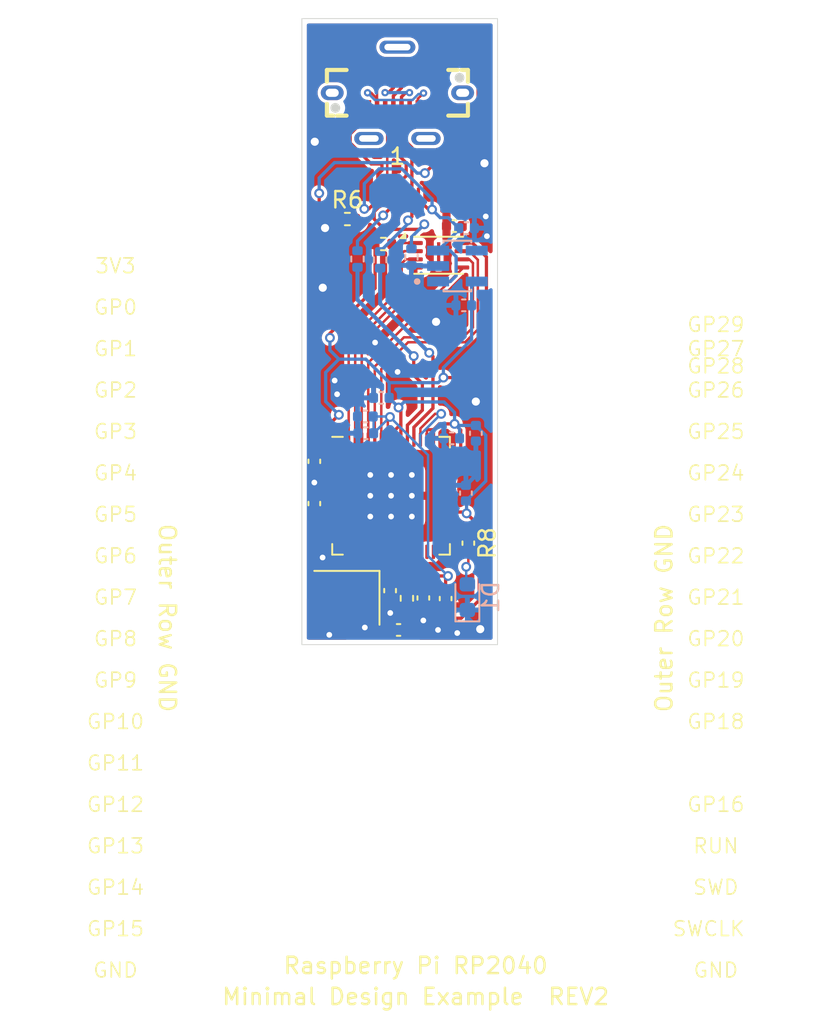
<source format=kicad_pcb>
(kicad_pcb (version 20241229) (generator "pcbnew") (generator_version "9.0")
  (title_block (title "RP2040 Minimal Design Example") (date "2024-01-16") (rev "REV2") (company "Raspberry Pi Ltd"))
  (layers (0 "F.Cu" signal) (2 "B.Cu" signal) (13 "F.Paste" user) (15 "B.Paste" user) (5 "F.SilkS" user "F.Silkscreen") (7 "B.SilkS" user "B.Silkscreen") (1 "F.Mask" user) (3 "B.Mask" user) (25 "Edge.Cuts" user))
  (net 0 "")
  (net 1 "GND")
  (net 2 "VBUS")
  (net 3 "/XIN")
  (net 4 "/XOUT")
  (net 5 "+3V3")
  (net 6 "+1V1")
  (net 7 "/GPIO15")
  (net 8 "/GPIO14")
  (net 9 "/GPIO13")
  (net 10 "/GPIO12")
  (net 11 "/GPIO11")
  (net 12 "/GPIO10")
  (net 13 "/GPIO9")
  (net 14 "/GPIO8")
  (net 15 "/GPIO7")
  (net 16 "/GPIO6")
  (net 17 "/GPIO5")
  (net 18 "/GPIO4")
  (net 19 "/GPIO3")
  (net 20 "/GPIO2")
  (net 21 "/GPIO1")
  (net 22 "/GPIO0")
  (net 23 "/GPIO29_ADC3")
  (net 24 "/GPIO28_ADC2")
  (net 25 "/GPIO27_ADC1")
  (net 26 "/GPIO26_ADC0")
  (net 27 "/GPIO25")
  (net 28 "/GPIO24")
  (net 29 "/GPIO23")
  (net 30 "/GPIO22")
  (net 31 "/GPIO21")
  (net 32 "/GPIO20")
  (net 33 "/GPIO19")
  (net 34 "/GPIO18")
  (net 35 "/GPIO17")
  (net 36 "/GPIO16")
  (net 37 "/RUN")
  (net 38 "/SWD")
  (net 39 "/SWCLK")
  (net 40 "/QSPI_SS")
  (net 41 "Net-(U3-USB_DP)")
  (net 42 "Net-(U3-USB_DM)")
  (net 43 "/QSPI_SD3")
  (net 44 "/QSPI_SCLK")
  (net 45 "/QSPI_SD0")
  (net 46 "/QSPI_SD2")
  (net 47 "/QSPI_SD1")
  (net 48 "/USB_D+")
  (net 49 "/USB_D-")
  (net 50 "Net-(C3-Pad1)")
  (net 51 "Net-(1-CC2)")
  (net 52 "Net-(1-CC1)")
  (net 53 "Net-(D1-A)")
  (footprint "Capacitor_SMD:C_0402_1005Metric" (layer "F.Cu") (at 93.7825 88.572838 90)
    (property "Reference" "C13" (hide yes))
    (property "Value" "100n" (hide yes))
  )
  (footprint "Capacitor_SMD:C_0402_1005Metric" (layer "F.Cu") (at 102.37 71.56 180)
    (property "Reference" "C5" (hide yes))
    (property "Value" "100n" (hide yes))
  )
  (footprint "Resistor_SMD:R_0402_1005Metric" (layer "F.Cu") (at 98.02 72.66)
    (property "Reference" "R2" (hide yes))
    (property "Value" "DNF" (hide yes))
  )
  (footprint "Package_SON:Winbond_USON-8-1EP_3x2mm_P0.5mm_EP0.2x1.6mm" (layer "F.Cu") (at 101.41 73.35)
    (property "Reference" "U2" (hide yes))
    (property "Value" "W25Q128JVS" (hide yes))
  )
  (footprint "Capacitor_SMD:C_0402_1005Metric" (layer "F.Cu") (at 100.47 94.36 -90)
    (property "Reference" "C14" (hide yes))
    (property "Value" "100n" (hide yes))
  )
  (footprint "Capacitor_SMD:C_0402_1005Metric" (layer "F.Cu") (at 101.836725 94.395837 -90)
    (property "Reference" "C7" (hide yes))
    (property "Value" "100n" (hide yes))
  )
  (footprint "Capacitor_SMD:C_0402_1005Metric" (layer "F.Cu") (at 93.7825 85.982838 -90)
    (property "Reference" "C11" (hide yes))
    (property "Value" "100n" (hide yes))
  )
  (footprint "RP2040_minimal:RP2040-QFN-56" (layer "F.Cu") (at 98.49 88.092838)
    (property "Reference" "U3" (hide yes))
    (property "Value" "RP2040" (hide yes))
  )
  (footprint "Capacitor_SMD:C_0402_1005Metric" (layer "F.Cu") (at 98.43 93.91 -90)
    (property "Reference" "C2" (hide yes))
    (property "Value" "15p")
  )
  (footprint "Capacitor_SMD:C_0402_1005Metric" (layer "F.Cu") (at 103.23 91 -90)
    (property "Reference" "R8")
    (property "Value" "470")
  )
  (footprint "Capacitor_SMD:C_0402_1005Metric" (layer "F.Cu") (at 98.95 96.32)
    (property "Reference" "C3" (hide yes))
    (property "Value" "15p" (hide yes))
  )
  (footprint "Crystal:Crystal_SMD_3225-4Pin_3.2x2.5mm" (layer "F.Cu") (at 95.78 94.35 180)
    (property "Reference" "Y1" (hide yes))
    (property "Value" "ABM8-272-T3" (hide yes))
  )
  (footprint "Resistor_SMD:R_0402_1005Metric" (layer "F.Cu") (at 95.81 71.13)
    (property "Reference" "R6")
    (property "Value" "5.7K" (hide yes))
  )
  (footprint "VertUSBC:USB-C-SMD_TYPE-C-31-G-09" (layer "F.Cu") (at 98.88 63.39 180)
    (property "Reference" "1")
    (property "Value" "~")
    (fp_poly (pts (xy 4.107433 -0.964158) (xy 4.087164 -1.039805) (xy 4.048006 -1.107628) (xy 3.992628 -1.163006) (xy 3.924805 -1.202164) (xy 3.849158 -1.222433) (xy 3.770842 -1.222433) (xy 3.695195 -1.202164) (xy 3.627372 -1.163006) (xy 3.571994 -1.107628) (xy 3.532836 -1.039805) (xy 3.512567 -0.964158) (xy 3.512567 -0.885842) (xy 3.532836 -0.810195) (xy 3.571994 -0.742372) (xy 3.627372 -0.686994) (xy 3.695195 -0.647836) (xy 3.770842 -0.627567) (xy 3.849158 -0.627567) (xy 3.924805 -0.647836) (xy 3.992628 -0.686994) (xy 4.048006 -0.742372) (xy 4.087164 -0.810195) (xy 4.107433 -0.885842)) (fill yes) (layer "Edge.Cuts"))
    (fp_poly (pts (xy -3.512567 0.885842) (xy -3.532836 0.810195) (xy -3.571994 0.742372) (xy -3.627372 0.686994) (xy -3.695195 0.647836) (xy -3.770842 0.627567) (xy -3.849158 0.627567) (xy -3.924805 0.647836) (xy -3.992628 0.686994) (xy -4.048006 0.742372) (xy -4.087164 0.810195) (xy -4.107433 0.885842) (xy -4.107433 0.964158) (xy -4.087164 1.039805) (xy -4.048006 1.107628) (xy -3.992628 1.163006) (xy -3.924805 1.202164) (xy -3.849158 1.222433) (xy -3.770842 1.222433) (xy -3.695195 1.202164) (xy -3.627372 1.163006) (xy -3.571994 1.107628) (xy -3.532836 1.039805) (xy -3.512567 0.964158)) (fill yes) (layer "Edge.Cuts"))
  )
  (footprint "Resistor_SMD:R_0402_1005Metric" (layer "F.Cu") (at 99.46 94.38 -90)
    (property "Reference" "R5" (hide yes))
    (property "Value" "1k")
  )
  (footprint "Capacitor_SMD:C_0402_1005Metric" (layer "B.Cu") (at 103.6925 84.262838 -90)
    (property "Reference" "C10" (hide yes))
    (property "Value" "1u" (hide yes))
  )
  (footprint "Capacitor_SMD:C_0402_1005Metric" (layer "B.Cu") (at 96.94 84.26 180)
    (property "Reference" "C8" (hide yes))
    (property "Value" "1u" (hide yes))
  )
  (footprint "Capacitor_SMD:C_0402_1005Metric" (layer "B.Cu") (at 97.8925 82.092838 180)
    (property "Reference" "C9" (hide yes))
    (property "Value" "100n" (hide yes))
  )
  (footprint "Capacitor_SMD:C_0402_1005Metric" (layer "B.Cu") (at 103.0825 87.932838 90)
    (property "Reference" "C12" (hide yes))
    (property "Value" "100n" (hide yes))
  )
  (footprint "Resistor_SMD:R_0402_1005Metric" (layer "B.Cu") (at 96.43 73.58 -90)
    (property "Reference" "R3" (hide yes))
    (property "Value" "27" (hide yes))
  )
  (footprint "Capacitor_SMD:C_0402_1005Metric" (layer "B.Cu") (at 103.12 71.69)
    (property "Reference" "C1" (hide yes))
    (property "Value" "4.7U" (hide yes))
  )
  (footprint "Resistor_SMD:R_0402_1005Metric" (layer "B.Cu") (at 97.82 73.63 -90)
    (property "Reference" "R4" (hide yes))
    (property "Value" "27" (hide yes))
  )
  (footprint "Capacitor_SMD:C_0402_1005Metric" (layer "B.Cu") (at 96.9125 83.232838 180)
    (property "Reference" "C6" (hide yes))
    (property "Value" "100n" (hide yes))
  )
  (footprint "Resistor_SMD:R_0402_1005Metric" (layer "B.Cu") (at 99.74 73.46 90)
    (property "Reference" "R7" (hide yes))
    (property "Value" "5.7K" (hide yes))
  )
  (footprint "Capacitor_SMD:C_0402_1005Metric" (layer "B.Cu") (at 102.95 76.42 180)
    (property "Reference" "C4" (hide yes))
    (property "Value" "4.7U" (hide yes))
  )
  (footprint "LED_SMD:LED_0603_1608Metric" (layer "B.Cu") (at 103.17 94.31 90)
    (property "Reference" "D1")
    (property "Value" "LED")
  )
  (footprint "Capacitor_SMD:C_0402_1005Metric" (layer "B.Cu") (at 102.2125 84.572838 180)
    (property "Reference" "C15" (hide yes))
    (property "Value" "100n" (hide yes))
  )
  (footprint "AP2112K_3_3TRG1:SOT95P285X140-5N" (layer "B.Cu") (at 102.56 74.01)
    (property "Reference" "U4" (hide yes))
    (property "Value" "AP2112K-3.3TRG1" (hide yes))
  )
  (gr_line (start 105.02 62.43) (end 105.02 97.22) (stroke (width 0.05)) (layer "Edge.Cuts"))
  (gr_line (start 105.02 62.43) (end 105.02 58.84) (stroke (width 0.05)) (layer "Edge.Cuts"))
  (gr_line (start 105.02 97.22) (end 93.02 97.22) (stroke (width 0.05)) (layer "Edge.Cuts"))
  (gr_line (start 105.02 58.84) (end 93.02 58.84) (stroke (width 0.05)) (layer "Edge.Cuts"))
  (gr_line (start 93.02 97.22) (end 93.02 62.43) (stroke (width 0.05)) (layer "Edge.Cuts"))
  (gr_line (start 93.02 58.84) (end 93.02 62.43) (stroke (width 0.05)) (layer "Edge.Cuts"))
  (gr_text "GP1" (at 81.585 79.08 0) (layer "F.SilkS") (effects (font (size 0.9 0.9) (thickness 0.1))))
  (gr_text "GP2" (at 81.585 81.62 0) (layer "F.SilkS") (effects (font (size 0.9 0.9) (thickness 0.1))))
  (gr_text "GP3" (at 81.585 84.16 0) (layer "F.SilkS") (effects (font (size 0.9 0.9) (thickness 0.1))))
  (gr_text "GP4" (at 81.585 86.7 0) (layer "F.SilkS") (effects (font (size 0.9 0.9) (thickness 0.1))))
  (gr_text "GP5" (at 81.585 89.24 0) (layer "F.SilkS") (effects (font (size 0.9 0.9) (thickness 0.1))))
  (gr_text "GP6" (at 81.585 91.78 0) (layer "F.SilkS") (effects (font (size 0.9 0.9) (thickness 0.1))))
  (gr_text "GP7" (at 81.585 94.32 0) (layer "F.SilkS") (effects (font (size 0.9 0.9) (thickness 0.1))))
  (gr_text "GP8" (at 81.585 96.86 0) (layer "F.SilkS") (effects (font (size 0.9 0.9) (thickness 0.1))))
  (gr_text "GP9" (at 81.585 99.4 0) (layer "F.SilkS") (effects (font (size 0.9 0.9) (thickness 0.1))))
  (gr_text "GP11" (at 81.585 104.48 0) (layer "F.SilkS") (effects (font (size 0.9 0.9) (thickness 0.1))))
  (gr_text "GP10" (at 81.585 101.94 0) (layer "F.SilkS") (effects (font (size 0.9 0.9) (thickness 0.1))))
  (gr_text "GP12" (at 81.585 107.02 0) (layer "F.SilkS") (effects (font (size 0.9 0.9) (thickness 0.1))))
  (gr_text "GP13" (at 81.585 109.56 0) (layer "F.SilkS") (effects (font (size 0.9 0.9) (thickness 0.1))))
  (gr_text "GP15" (at 81.585 114.64 0) (layer "F.SilkS") (effects (font (size 0.9 0.9) (thickness 0.1))))
  (gr_text "GP14" (at 81.585 112.1 0) (layer "F.SilkS") (effects (font (size 0.9 0.9) (thickness 0.1))))
  (gr_text "GP28" (at 118.415 80.14 0) (layer "F.SilkS") (effects (font (size 0.9 0.9) (thickness 0.1))))
  (gr_text "GP27" (at 118.415 79.08 0) (layer "F.SilkS") (effects (font (size 0.9 0.9) (thickness 0.1))))
  (gr_text "GP26" (at 118.415 81.62 0) (layer "F.SilkS") (effects (font (size 0.9 0.9) (thickness 0.1))))
  (gr_text "GP25" (at 118.415 84.16 0) (layer "F.SilkS") (effects (font (size 0.9 0.9) (thickness 0.1))))
  (gr_text "GP24" (at 118.415 86.7 0) (layer "F.SilkS") (effects (font (size 0.9 0.9) (thickness 0.1))))
  (gr_text "GP23" (at 118.415 89.24 0) (layer "F.SilkS") (effects (font (size 0.9 0.9) (thickness 0.1))))
  (gr_text "GP21" (at 118.415 94.32 0) (layer "F.SilkS") (effects (font (size 0.9 0.9) (thickness 0.1))))
  (gr_text "GP20" (at 118.415 96.86 0) (layer "F.SilkS") (effects (font (size 0.9 0.9) (thickness 0.1))))
  (gr_text "GP19" (at 118.415 99.4 0) (layer "F.SilkS") (effects (font (size 0.9 0.9) (thickness 0.1))))
  (gr_text "GP22" (at 118.415 91.78 0) (layer "F.SilkS") (effects (font (size 0.9 0.9) (thickness 0.1))))
  (gr_text "GP18" (at 118.415 101.94 0) (layer "F.SilkS") (effects (font (size 0.9 0.9) (thickness 0.1))))
  (gr_text "SWCLK" (at 117.9705 114.64 0) (layer "F.SilkS") (effects (font (size 0.9 0.9) (thickness 0.1))))
  (gr_text "SWD" (at 118.415 112.1 0) (layer "F.SilkS") (effects (font (size 0.9 0.9) (thickness 0.1))))
  (gr_text "GP16" (at 118.415 107.02 0) (layer "F.SilkS") (effects (font (size 0.9 0.9) (thickness 0.1))))
  (gr_text "RUN" (at 118.415 109.56 0) (layer "F.SilkS") (effects (font (size 0.9 0.9) (thickness 0.1))))
  (gr_text "GND" (at 81.585 117.18 0) (layer "F.SilkS") (effects (font (size 0.9 0.9) (thickness 0.1))))
  (gr_text "GND" (at 118.415 117.18 0) (layer "F.SilkS") (effects (font (size 0.9 0.9) (thickness 0.1))))
  (gr_text "GP29" (at 118.415 77.6 0) (layer "F.SilkS") (effects (font (size 0.9 0.9) (thickness 0.1))))
  (gr_text "Outer Row GND" (at 84.76 95.59 270) (layer "F.SilkS") (effects (font (size 1 1))))
  (gr_text "Outer Row GND" (at 115.24 95.59 90) (layer "F.SilkS") (effects (font (size 1 1))))
  (gr_text "Raspberry Pi RP2040" (at 100 116.9 0) (layer "F.SilkS") (effects (font (size 1 1))))
  (gr_text "Minimal Design Example  REV2" (at 100 118.8 0) (layer "F.SilkS") (effects (font (size 1 1))))
  (gr_text "GP0" (at 81.585 76.54 0) (layer "F.SilkS") (effects (font (size 0.9 0.9) (thickness 0.1))))
  (gr_text "3V3" (at 81.585 74 0) (layer "F.SilkS") (effects (font (size 0.9 0.9) (thickness 0.1))))
  (segment (start 102.76 68.02) (end 102.49 67.75) (width 0.2) (layer "F.Cu") (net 1))
  (segment (start 102.36 96.32) (end 102.55 96.51) (width 0.15) (layer "F.Cu") (net 1))
  (segment (start 101.63 62.3405) (end 101.6305 62.34) (width 0.15) (layer "F.Cu") (net 1))
  (segment (start 93.7825 87.282838) (end 93.7825 86.462838) (width 0.2) (layer "F.Cu") (net 1))
  (segment (start 93.7825 88.092838) (end 93.7825 87.282838) (width 0.2) (layer "F.Cu") (net 1))
  (segment (start 98.36 95.2) (end 96.88 95.2) (width 0.25) (layer "F.Cu") (net 1))
  (segment (start 101.836725 94.875837) (end 102.621725 94.875837) (width 0.2) (layer "F.Cu") (net 1))
  (segment (start 102.006179 94.854855) (end 102.081179 94.929855) (width 0.2) (layer "F.Cu") (net 1))
  (segment (start 96.167 69.284714) (end 96.167 67.934714) (width 0.15) (layer "F.Cu") (net 1))
  (segment (start 94.81 72.05) (end 94.44 71.68) (width 0.2) (layer "F.Cu") (net 1))
  (segment (start 95.35 69.35) (end 95.35 70.16) (width 0.2) (layer "F.Cu") (net 1))
  (segment (start 96.132 64.44) (end 96.132 62.3415) (width 0.15) (layer "F.Cu") (net 1))
  (segment (start 100.47 95.74) (end 100.47 94.84) (width 0.15) (layer "F.Cu") (net 1))
  (segment (start 96.32 71.13) (end 96.32 71.51) (width 0.2) (layer "F.Cu") (net 1))
  (segment (start 97.51 78.7) (end 99.985 76.225) (width 0.15) (layer "F.Cu") (net 1))
  (segment (start 96.43 67.75) (end 96.351714 67.75) (width 0.2) (layer "F.Cu") (net 1))
  (segment (start 101.68 70.01) (end 101.89 70.22) (width 0.2) (layer "F.Cu") (net 1))
  (segment (start 96.32 71.51) (end 95.78 72.05) (width 0.2) (layer "F.Cu") (net 1))
  (segment (start 94.68 92.59) (end 94.68 93.5) (width 0.15) (layer "F.Cu") (net 1))
  (segment (start 101.93 69.1) (end 101.93 67.75) (width 0.2) (layer "F.Cu") (net 1))
  (segment (start 101.89 70.22) (end 102.76 69.35) (width 0.2) (layer "F.Cu") (net 1))
  (segment (start 101.68 69.35) (end 101.68 70.01) (width 0.2) (layer "F.Cu") (net 1))
  (segment (start 96.351714 67.75) (end 96.167 67.934714) (width 0.2) (layer "F.Cu") (net 1))
  (segment (start 96.88 96.17) (end 96.88 95.2) (width 0.25) (layer "F.Cu") (net 1))
  (segment (start 98.44 95.28) (end 98.44 94.4) (width 0.25) (layer "F.Cu") (net 1))
  (segment (start 99.985 76.225) (end 99.985 74.1) (width 0.15) (layer "F.Cu") (net 1))
  (segment (start 97.49 92.17) (end 97.27 92.39) (width 0.15) (layer "F.Cu") (net 1))
  (segment (start 98.44 95.28) (end 98.36 95.2) (width 0.25) (layer "F.Cu") (net 1))
  (segment (start 101.89 71.56) (end 101.89 70.22) (width 0.2) (layer "F.Cu") (net 1))
  (segment (start 99.43 96.32) (end 102.36 96.32) (width 0.15) (layer "F.Cu") (net 1))
  (segment (start 102.49 67.75) (end 101.93 67.75) (width 0.2) (layer "F.Cu") (net 1))
  (segment (start 102.76 69.35) (end 102.76 68.02) (width 0.2) (layer "F.Cu") (net 1))
  (segment (start 95.337 69.284714) (end 96.167 69.284714) (width 0.15) (layer "F.Cu") (net 1))
  (segment (start 95.35 70.16) (end 96.32 71.13) (width 0.2) (layer "F.Cu") (net 1))
  (segment (start 97.27 92.39) (end 94.8 92.39) (width 0.15) (layer "F.Cu") (net 1))
  (segment (start 94.8 92.47) (end 94.68 92.59) (width 0.15) (layer "F.Cu") (net 1))
  (segment (start 98.44 94.4) (end 98.43 94.39) (width 0.25) (layer "F.Cu") (net 1))
  (segment (start 95.78 72.05) (end 94.81 72.05) (width 0.2) (layer "F.Cu") (net 1))
  (segment (start 94.8 92.39) (end 94.29 91.88) (width 0.15) (layer "F.Cu") (net 1))
  (segment (start 96.132 62.3415) (end 96.1305 62.34) (width 0.15) (layer "F.Cu") (net 1))
  (segment (start 97.49 91.530338) (end 97.49 92.17) (width 0.15) (layer "F.Cu") (net 1))
  (segment (start 94.8 92.39) (end 94.8 92.47) (width 0.15) (layer "F.Cu") (net 1))
  (segment (start 101.63 64.44) (end 101.63 62.3405) (width 0.15) (layer "F.Cu") (net 1))
  (segment (start 101.68 69.35) (end 101.93 69.1) (width 0.2) (layer "F.Cu") (net 1))
  (via (at 94.29 91.88) (size 0.6) (drill 0.35) (layers "F.Cu" "B.Cu") (net 1))
  (via (at 94.7 96.62) (size 0.6) (drill 0.35) (layers "F.Cu" "B.Cu") (net 1))
  (via (at 102.55 96.51) (size 0.6) (drill 0.35) (layers "F.Cu" "B.Cu") (net 1))
  (via (at 93.81 66.39) (size 0.8) (drill 0.5) (layers "F.Cu" "B.Cu") (net 1))
  (via (at 94.3 75.34) (size 0.8) (drill 0.5) (layers "F.Cu" "B.Cu") (net 1))
  (via (at 104.3 70.97) (size 0.6) (drill 0.35) (layers "F.Cu" "B.Cu") (net 1))
  (via (at 93.7825 87.282838) (size 0.6) (drill 0.35) (layers "F.Cu" "B.Cu") (net 1))
  (via (at 98.89 80.5) (size 0.6) (drill 0.35) (layers "F.Cu" "B.Cu") (net 1))
  (via (at 103.96 96.27) (size 0.8) (drill 0.5) (layers "F.Cu" "B.Cu") (net 1))
  (via (at 101.37 96.32) (size 0.6) (drill 0.35) (layers "F.Cu" "B.Cu") (net 1))
  (via (at 96.88 96.17) (size 0.6) (drill 0.35) (layers "F.Cu" "B.Cu") (net 1))
  (via (at 101.25 77.43) (size 0.8) (drill 0.5) (layers "F.Cu" "B.Cu") (net 1))
  (via (at 97.51 78.7) (size 0.6) (drill 0.35) (layers "F.Cu" "B.Cu") (net 1))
  (via (at 104.37 72.18) (size 0.6) (drill 0.35) (layers "F.Cu" "B.Cu") (net 1))
  (via (at 100.47 95.74) (size 0.6) (drill 0.35) (layers "F.Cu" "B.Cu") (net 1))
  (via (at 95.18 81.87) (size 0.6) (drill 0.35) (layers "F.Cu" "B.Cu") (net 1))
  (via (at 98.44 95.28) (size 0.6) (drill 0.35) (layers "F.Cu" "B.Cu") (net 1))
  (via (at 95.03 81.03) (size 0.6) (drill 0.35) (layers "F.Cu" "B.Cu") (net 1))
  (via (at 103.69 82.32) (size 0.8) (drill 0.5) (layers "F.Cu" "B.Cu") (net 1))
  (via (at 104.22 67.71) (size 0.8) (drill 0.5) (layers "F.Cu" "B.Cu") (net 1))
  (via (at 94.44 71.68) (size 0.8) (drill 0.5) (layers "F.Cu" "B.Cu") (net 1))
  (segment (start 101.5655 76.42) (end 102.47 76.42) (width 0.15) (layer "B.Cu") (net 1))
  (segment (start 99.7 74.19) (end 99.7 74.5545) (width 0.15) (layer "B.Cu") (net 1))
  (segment (start 103.17 95.48) (end 103.96 96.27) (width 0.15) (layer "B.Cu") (net 1))
  (segment (start 99.88 74.01) (end 99.7 74.19) (width 0.15) (layer "B.Cu") (net 1))
  (segment (start 101.7325 84.9925) (end 102.82 86.08) (width 0.25) (layer "B.Cu") (net 1))
  (segment (start 103.6925 86.842838) (end 103.0825 87.452838) (width 0.25) (layer "B.Cu") (net 1))
  (segment (start 103.17 95.0975) (end 102.5925 95.0975) (width 0.15) (layer "B.Cu") (net 1))
  (segment (start 103.6925 86.08) (end 103.6925 86.842838) (width 0.25) (layer "B.Cu") (net 1))
  (segment (start 102.47 78.7) (end 100.67 80.5) (width 0.25) (layer "B.Cu") (net 1))
  (segment (start 96.46 83.260338) (end 96.4325 83.232838) (width 0.15) (layer "B.Cu") (net 1))
  (segment (start 99.7 74.5545) (end 101.5655 76.42) (width 0.15) (layer "B.Cu") (net 1))
  (segment (start 101.375 74.01) (end 99.88 74.01) (width 0.15) (layer "B.Cu") (net 1))
  (segment (start 95.379 70.931) (end 95.32 70.872) (width 0.25) (layer "B.Cu") (net 1))
  (segment (start 101.7325 84.572838) (end 101.7325 84.9925) (width 0.25) (layer "B.Cu") (net 1))
  (segment (start 95.32 70.872) (end 95.32 69.21) (width 0.25) (layer "B.Cu") (net 1))
  (segment (start 102.5925 95.0975) (end 101.37 96.32) (width 0.15) (layer "B.Cu") (net 1))
  (segment (start 102.47 76.42) (end 102.47 78.7) (width 0.25) (layer "B.Cu") (net 1))
  (segment (start 97.51 79.12) (end 98.89 80.5) (width 0.15) (layer "B.Cu") (net 1))
  (segment (start 95.379 76.569) (end 97.51 78.7) (width 0.25) (layer "B.Cu") (net 1))
  (segment (start 95.379 70.931) (end 95.379 76.569) (width 0.25) (layer "B.Cu") (net 1))
  (segment (start 100.67 80.5) (end 98.89 80.5) (width 0.25) (layer "B.Cu") (net 1))
  (segment (start 103.17 95.0975) (end 103.17 95.48) (width 0.15) (layer "B.Cu") (net 1))
  (segment (start 96.46 84.26) (end 96.46 83.260338) (width 0.15) (layer "B.Cu") (net 1))
  (segment (start 97.51 78.7) (end 97.51 79.12) (width 0.15) (layer "B.Cu") (net 1))
  (segment (start 103.6925 84.742838) (end 103.6925 86.08) (width 0.25) (layer "B.Cu") (net 1))
  (segment (start 102.82 86.08) (end 103.6925 86.08) (width 0.25) (layer "B.Cu") (net 1))
  (segment (start 97.63 65.182) (end 97.63 64.44) (width 0.2) (layer "F.Cu") (net 2))
  (segment (start 97.63 63.748) (end 97.63 64.44) (width 0.15) (layer "F.Cu") (net 2))
  (segment (start 100.13 63.76) (end 100.13 64.44) (width 0.15) (layer "F.Cu") (net 2))
  (segment (start 100.795 70.545) (end 100.167 69.917) (width 0.2) (layer "F.Cu") (net 2))
  (segment (start 97.272 63.39) (end 97.63 63.748) (width 0.15) (layer "F.Cu") (net 2))
  (segment (start 95.979 66.459653) (end 95.979 65.920347) (width 0.2) (layer "F.Cu") (net 2))
  (segment (start 97.269347 67.75) (end 95.979 66.459653) (width 0.2) (layer "F.Cu") (net 2))
  (segment (start 97.93 68.151) (end 97.93 67.75) (width 0.2) (layer "F.Cu") (net 2))
  (segment (start 97.121386 70.508614) (end 97.68 69.95) (width 0.2) (layer "F.Cu") (net 2))
  (segment (start 97.93 67.75) (end 97.269347 67.75) (width 0.2) (layer "F.Cu") (net 2))
  (segment (start 96.848205 70.508614) (end 97.121386 70.508614) (width 0.2) (layer "F.Cu") (net 2))
  (segment (start 95.979 65.920347) (end 96.608347 65.291) (width 0.2) (layer "F.Cu") (net 2))
  (segment (start 100.167 69.917) (end 100.167 69.284714) (width 0.2) (layer "F.Cu") (net 2))
  (segment (start 97.05 63.39) (end 97.272 63.39) (width 0.15) (layer "F.Cu") (net 2))
  (segment (start 97.521 65.291) (end 97.63 65.182) (width 0.2) (layer "F.Cu") (net 2))
  (segment (start 97.63 64.44) (end 97.63 62.34) (width 0.15) (layer "F.Cu") (net 2))
  (segment (start 100.48 63.41) (end 100.13 63.76) (width 0.15) (layer "F.Cu") (net 2))
  (segment (start 96.608347 65.291) (end 97.521 65.291) (width 0.2) (layer "F.Cu") (net 2))
  (segment (start 101.005 70.545) (end 100.795 70.545) (width 0.2) (layer "F.Cu") (net 2))
  (segment (start 97.68 69.95) (end 97.68 68.401) (width 0.2) (layer "F.Cu") (net 2))
  (segment (start 97.68 68.401) (end 97.93 68.151) (width 0.2) (layer "F.Cu") (net 2))
  (via (at 96.848205 70.508614) (size 0.6) (drill 0.35) (layers "F.Cu" "B.Cu") (net 2))
  (via (at 100.48 63.41) (size 0.45) (drill 0.2) (layers "F.Cu" "B.Cu") (net 2))
  (via (at 97.05 63.39) (size 0.45) (drill 0.2) (layers "F.Cu" "B.Cu") (net 2))
  (via (at 101.005 70.545) (size 0.6) (drill 0.35) (layers "F.Cu" "B.Cu") (net 2))
  (segment (start 102.64 71.795) (end 101.375 73.06) (width 0.2) (layer "B.Cu") (net 2))
  (segment (start 100.48 63.41) (end 100.422189 63.467811) (width 0.15) (layer "B.Cu") (net 2))
  (segment (start 101.375 74.96) (end 102.13 74.96) (width 0.2) (layer "B.Cu") (net 2))
  (segment (start 101.506 71.046) (end 101.996 71.046) (width 0.2) (layer "B.Cu") (net 2))
  (segment (start 100.422189 63.467811) (end 100.17 63.467811) (width 0.15) (layer "B.Cu") (net 2))
  (segment (start 99.154 68.054) (end 101.005 69.905) (width 0.2) (layer "B.Cu") (net 2))
  (segment (start 97.756 68.054) (end 99.154 68.054) (width 0.2) (layer "B.Cu") (net 2))
  (segment (start 96.848205 70.508614) (end 96.848205 68.961795) (width 0.2) (layer "B.Cu") (net 2))
  (segment (start 97.491 63.831) (end 97.05 63.39) (width 0.15) (layer "B.Cu") (net 2))
  (segment (start 101.005 70.545) (end 101.506 71.046) (width 0.2) (layer "B.Cu") (net 2))
  (segment (start 102.11 73.06) (end 101.375 73.06) (width 0.2) (layer "B.Cu") (net 2))
  (segment (start 101.005 69.905) (end 101.005 70.545) (width 0.2) (layer "B.Cu") (net 2))
  (segment (start 102.48 74.61) (end 102.48 73.43) (width 0.2) (layer "B.Cu") (net 2))
  (segment (start 96.848205 68.961795) (end 97.756 68.054) (width 0.2) (layer "B.Cu") (net 2))
  (segment (start 102.48 73.43) (end 102.11 73.06) (width 0.2) (layer "B.Cu") (net 2))
  (segment (start 99.806811 63.831) (end 97.491 63.831) (width 0.15) (layer "B.Cu") (net 2))
  (segment (start 102.64 71.69) (end 102.64 71.795) (width 0.2) (layer "B.Cu") (net 2))
  (segment (start 102.13 74.96) (end 102.48 74.61) (width 0.2) (layer "B.Cu") (net 2))
  (segment (start 101.996 71.046) (end 102.64 71.69) (width 0.2) (layer "B.Cu") (net 2))
  (segment (start 100.17 63.467811) (end 99.806811 63.831) (width 0.15) (layer "B.Cu") (net 2))
  (segment (start 97.89 92.49) (end 96.88 93.5) (width 0.15) (layer "F.Cu") (net 3))
  (segment (start 97.89 92.49) (end 97.89 92.52) (width 0.15) (layer "F.Cu") (net 3))
  (segment (start 98.43 93.06) (end 98.43 93.43) (width 0.15) (layer "F.Cu") (net 3))
  (segment (start 97.89 92.52) (end 98.43 93.06) (width 0.15) (layer "F.Cu") (net 3))
  (segment (start 97.89 91.530338) (end 97.89 92.49) (width 0.15) (layer "F.Cu") (net 3))
  (segment (start 99.46 93.341372) (end 99.46 93.87) (width 0.15) (layer "F.Cu") (net 4))
  (segment (start 98.29 91.530338) (end 98.29 92.171372) (width 0.15) (layer "F.Cu") (net 4))
  (segment (start 98.29 92.171372) (end 99.46 93.341372) (width 0.15) (layer "F.Cu") (net 4))
  (segment (start 101.448482 83.686856) (end 102.386179 83.686856) (width 0.2) (layer "F.Cu") (net 5))
  (segment (start 99.09 84.655338) (end 99.09 83.748338) (width 0.2) (layer "F.Cu") (net 5))
  (segment (start 100.73 93.88) (end 100.47 93.88) (width 0.2) (layer "F.Cu") (net 5))
  (segment (start 103.0425 89.092838) (end 103.1225 89.172838) (width 0.2) (layer "F.Cu") (net 5))
  (segment (start 99.09 83.748338) (end 99.09 82.824338) (width 0.2) (layer "F.Cu") (net 5))
  (segment (start 95.0525 89.092838) (end 94.3525 89.092838) (width 0.2) (layer "F.Cu") (net 5))
  (segment (start 103.49 72.6) (end 102.835 72.6) (width 0.2) (layer "F.Cu") (net 5))
  (segment (start 98.9485 82.682838) (end 98.9485 82.658838) (width 0.2) (layer "F.Cu") (net 5))
  (segment (start 102.386179 83.686856) (end 102.7625 84.063177) (width 0.2) (layer "F.Cu") (net 5))
  (segment (start 94.3525 89.092838) (end 93.8225 89.092838) (width 0.2) (layer "F.Cu") (net 5))
  (segment (start 100.47 93.88) (end 100.459662 93.88) (width 0.2) (layer "F.Cu") (net 5))
  (segment (start 94.3525 85.557838) (end 94.4075 85.502838) (width 0.2) (layer "F.Cu") (net 5))
  (segment (start 93.7825 85.502838) (end 94.4075 85.502838) (width 0.2) (layer "F.Cu") (net 5))
  (segment (start 94.74 78.14) (end 97.51 75.37) (width 0.2) (layer "F.Cu") (net 5))
  (segment (start 100.69 84.095338) (end 100.74 84.045338) (width 0.15) (layer "F.Cu") (net 5))
  (segment (start 101.9275 89.092838) (end 103.0425 89.092838) (width 0.2) (layer "F.Cu") (net 5))
  (segment (start 101.13 94.28) (end 100.73 93.88) (width 0.2) (layer "F.Cu") (net 5))
  (segment (start 97.51 75.37) (end 97.51 72.66) (width 0.2) (layer "F.Cu") (net 5))
  (segment (start 98.69 92.110338) (end 98.69 91.530338) (width 0.2) (layer "F.Cu") (net 5))
  (segment (start 103.9 94.491439) (end 102.790602 95.600837) (width 0.2) (layer "F.Cu") (net 5))
  (segment (start 104.34 79.33) (end 104.34 73.45) (width 0.2) (layer "F.Cu") (net 5))
  (segment (start 102.7625 85.222838) (end 102.4925 85.492838) (width 0.2) (layer "F.Cu") (net 5))
  (segment (start 102.835 71.575) (end 102.85 71.56) (width 0.2) (layer "F.Cu") (net 5))
  (segment (start 103.9 89.950338) (end 103.9 94.491439) (width 0.2) (layer "F.Cu") (net 5))
  (segment (start 101.09 84.655338) (end 101.09 84.045338) (width 0.2) (layer "F.Cu") (net 5))
  (segment (start 101.7 80.85) (end 102.82 80.85) (width 0.2) (layer "F.Cu") (net 5))
  (segment (start 103.1225 89.172838) (end 103.9 89.950338) (width 0.2) (layer "F.Cu") (net 5))
  (segment (start 99.051662 83.748338) (end 99.09 83.748338) (width 0.2) (layer "F.Cu") (net 5))
  (segment (start 102.82 80.85) (end 104.34 79.33) (width 0.2) (layer "F.Cu") (net 5))
  (segment (start 94.3525 89.092838) (end 94.3525 85.557838) (width 0.2) (layer "F.Cu") (net 5))
  (segment (start 94.74 78.41) (end 94.74 78.14) (width 0.2) (layer "F.Cu") (net 5))
  (segment (start 99.09 82.824338) (end 98.9485 82.682838) (width 0.2) (layer "F.Cu") (net 5))
  (segment (start 100.459662 93.88) (end 98.69 92.110338) (width 0.2) (layer "F.Cu") (net 5))
  (segment (start 101.09 84.045338) (end 100.74 84.045338) (width 0.2) (layer "F.Cu") (net 5))
  (segment (start 102.790602 95.600837) (end 101.3925 95.600837) (width 0.2) (layer "F.Cu") (net 5))
  (segment (start 98.69 84.11) (end 99.051662 83.748338) (width 0.2) (layer "F.Cu") (net 5))
  (segment (start 94.4175 85.492838) (end 94.4075 85.502838) (width 0.2) (layer "F.Cu") (net 5))
  (segment (start 101.3925 95.600837) (end 101.13 95.338337) (width 0.2) (layer "F.Cu") (net 5))
  (segment (start 95.0525 85.492838) (end 94.4175 85.492838) (width 0.2) (layer "F.Cu") (net 5))
  (segment (start 93.7825 84.6375) (end 95.29 83.13) (width 0.2) (layer "F.Cu") (net 5))
  (segment (start 102.7625 84.063177) (end 102.7625 85.222838) (width 0.2) (layer "F.Cu") (net 5))
  (segment (start 93.7825 85.502838) (end 93.7825 84.6375) (width 0.2) (layer "F.Cu") (net 5))
  (segment (start 101.09 84.045338) (end 101.448482 83.686856) (width 0.2) (layer "F.Cu") (net 5))
  (segment (start 104.34 73.45) (end 103.49 72.6) (width 0.2) (layer "F.Cu") (net 5))
  (segment (start 93.8225 89.092838) (end 93.7825 89.052838) (width 0.2) (layer "F.Cu") (net 5))
  (segment (start 102.4925 85.492838) (end 101.9275 85.492838) (width 0.2) (layer "F.Cu") (net 5))
  (segment (start 98.69 84.655338) (end 98.69 84.11) (width 0.2) (layer "F.Cu") (net 5))
  (segment (start 100.69 84.655338) (end 100.69 84.095338) (width 0.15) (layer "F.Cu") (net 5))
  (segment (start 102.835 72.6) (end 102.835 71.575) (width 0.2) (layer "F.Cu") (net 5))
  (segment (start 101.13 95.338337) (end 101.13 94.28) (width 0.2) (layer "F.Cu") (net 5))
  (via (at 103.1225 89.172838) (size 0.6) (drill 0.35) (layers "F.Cu" "B.Cu") (net 5))
  (via (at 102.386179 83.686856) (size 0.6) (drill 0.35) (layers "F.Cu" "B.Cu") (net 5))
  (via (at 94.74 78.41) (size 0.6) (drill 0.35) (layers "F.Cu" "B.Cu") (net 5))
  (via (at 95.29 83.13) (size 0.6) (drill 0.35) (layers "F.Cu" "B.Cu") (net 5))
  (via (at 98.9485 82.682838) (size 0.6) (drill 0.35) (layers "F.Cu" "B.Cu") (net 5))
  (via (at 101.7 80.85) (size 0.6) (drill 0.35) (layers "F.Cu" "B.Cu") (net 5))
  (segment (start 94.479 82.319) (end 94.479 80.531) (width 0.2) (layer "B.Cu") (net 5))
  (segment (start 104.3 84.390338) (end 103.6925 83.782838) (width 0.2) (layer "B.Cu") (net 5))
  (segment (start 101.7 80.85) (end 101.7 80.24) (width 0.2) (layer "B.Cu") (net 5))
  (segment (start 95.29 79.72) (end 94.74 79.17) (width 0.2) (layer "B.Cu") (net 5))
  (segment (start 102.386179 83.686856) (end 102.386179 82.991998) (width 0.2) (layer "B.Cu") (net 5))
  (segment (start 99.2885 82.342838) (end 98.9485 82.682838) (width 0.2) (layer "B.Cu") (net 5))
  (segment (start 102.386179 82.991998) (end 101.737019 82.342838) (width 0.2) (layer "B.Cu") (net 5))
  (segment (start 103.6925 83.782838) (end 102.482161 83.782838) (width 0.2) (layer "B.Cu") (net 5))
  (segment (start 98.38 81.16) (end 96.94 79.72) (width 0.2) (layer "B.Cu") (net 5))
  (segment (start 98.9485 82.682838) (end 98.9485 82.668838) (width 0.2) (layer "B.Cu") (net 5))
  (segment (start 103.43 78.51) (end 103.43 76.42) (width 0.2) (layer "B.Cu") (net 5))
  (segment (start 94.479 80.531) (end 95.29 79.72) (width 0.2) (layer "B.Cu") (net 5))
  (segment (start 96.94 79.72) (end 95.29 79.72) (width 0.2) (layer "B.Cu") (net 5))
  (segment (start 102.386179 83.686856) (end 102.6925 83.993177) (width 0.2) (layer "B.Cu") (net 5))
  (segment (start 103.1225 89.172838) (end 103.1225 88.452838) (width 0.2) (layer "B.Cu") (net 5))
  (segment (start 103.43 75.275) (end 103.745 74.96) (width 0.2) (layer "B.Cu") (net 5))
  (segment (start 101.39 81.16) (end 101.7 80.85) (width 0.2) (layer "B.Cu") (net 5))
  (segment (start 103.1225 88.452838) (end 103.0825 88.412838) (width 0.2) (layer "B.Cu") (net 5))
  (segment (start 104.3 87.195338) (end 104.3 84.390338) (width 0.2) (layer "B.Cu") (net 5))
  (segment (start 101.7 80.24) (end 103.43 78.51) (width 0.2) (layer "B.Cu") (net 5))
  (segment (start 98.38 81.16) (end 101.39 81.16) (width 0.2) (layer "B.Cu") (net 5))
  (segment (start 101.737019 82.342838) (end 99.2885 82.342838) (width 0.2) (layer "B.Cu") (net 5))
  (segment (start 103.0825 88.412838) (end 104.3 87.195338) (width 0.2) (layer "B.Cu") (net 5))
  (segment (start 103.43 76.42) (end 103.43 75.275) (width 0.2) (layer "B.Cu") (net 5))
  (segment (start 98.3725 81.1675) (end 98.38 81.16) (width 0.2) (layer "B.Cu") (net 5))
  (segment (start 98.9485 82.668838) (end 98.3725 82.092838) (width 0.2) (layer "B.Cu") (net 5))
  (segment (start 102.482161 83.782838) (end 102.386179 83.686856) (width 0.2) (layer "B.Cu") (net 5))
  (segment (start 94.74 79.17) (end 94.74 78.41) (width 0.2) (layer "B.Cu") (net 5))
  (segment (start 102.6925 83.993177) (end 102.6925 84.572838) (width 0.2) (layer "B.Cu") (net 5))
  (segment (start 95.29 83.13) (end 94.479 82.319) (width 0.2) (layer "B.Cu") (net 5))
  (segment (start 98.3725 82.092838) (end 98.3725 81.1675) (width 0.2) (layer "B.Cu") (net 5))
  (segment (start 100.29 83.96966) (end 101.186822 83.072838) (width 0.15) (layer "F.Cu") (net 6))
  (segment (start 101.9825 93.010837) (end 100.086888 93.010837) (width 0.2) (layer "F.Cu") (net 6))
  (segment (start 100.29 84.655338) (end 100.29 83.96966) (width 0.15) (layer "F.Cu") (net 6))
  (segment (start 101.836725 93.915837) (end 101.836725 93.156612) (width 0.2) (layer "F.Cu") (net 6))
  (segment (start 99.09 92.013949) (end 99.09 91.530338) (width 0.2) (layer "F.Cu") (net 6))
  (segment (start 98.29 83.395338) (end 98.29 84.655338) (width 0.15) (layer "F.Cu") (net 6))
  (segment (start 100.086888 93.010837) (end 99.09 92.013949) (width 0.2) (layer "F.Cu") (net 6))
  (segment (start 98.4225 83.262838) (end 98.29 83.395338) (width 0.15) (layer "F.Cu") (net 6))
  (segment (start 101.186822 83.072838) (end 101.5625 83.072838) (width 0.15) (layer "F.Cu") (net 6))
  (via (at 98.4225 83.262838) (size 0.6) (drill 0.35) (layers "F.Cu" "B.Cu") (net 6))
  (via (at 101.9825 93.010837) (size 0.6) (drill 0.35) (layers "F.Cu" "B.Cu") (net 6))
  (via (at 101.5625 83.072838) (size 0.6) (drill 0.35) (layers "F.Cu" "B.Cu") (net 6))
  (segment (start 100.76 91.788337) (end 101.9825 93.010837) (width 0.15) (layer "B.Cu") (net 6))
  (segment (start 97.425338 84.26) (end 98.4225 83.262838) (width 0.15) (layer "B.Cu") (net 6))
  (segment (start 97.42 84.26) (end 97.425338 84.26) (width 0.15) (layer "B.Cu") (net 6))
  (segment (start 97.42 83.260338) (end 97.3925 83.232838) (width 0.15) (layer "B.Cu") (net 6))
  (segment (start 97.42 84.26) (end 97.42 83.260338) (width 0.15) (layer "B.Cu") (net 6))
  (segment (start 99.016 83.856338) (end 100.284831 85.125169) (width 0.15) (layer "B.Cu") (net 6))
  (segment (start 98.4225 83.262838) (end 99.016 83.856338) (width 0.15) (layer "B.Cu") (net 6))
  (segment (start 98.3925 83.232838) (end 98.4225 83.262838) (width 0.15) (layer "B.Cu") (net 6))
  (segment (start 100.284831 85.125169) (end 100.76 85.600338) (width 0.15) (layer "B.Cu") (net 6))
  (segment (start 100.76 85.600338) (end 100.76 91.788337) (width 0.15) (layer "B.Cu") (net 6))
  (segment (start 97.3925 83.232838) (end 98.3925 83.232838) (width 0.15) (layer "B.Cu") (net 6))
  (segment (start 100.284831 85.125169) (end 100.284831 84.350507) (width 0.15) (layer "B.Cu") (net 6))
  (segment (start 100.284831 84.350507) (end 101.5625 83.072838) (width 0.15) (layer "B.Cu") (net 6))
  (segment (start 101.9275 90.692838) (end 103.057162 90.692838) (width 0.15) (layer "F.Cu") (net 34))
  (segment (start 103.057162 90.692838) (end 103.23 90.52) (width 0.15) (layer "F.Cu") (net 34))
  (segment (start 98.59 72.6) (end 98.53 72.66) (width 0.15) (layer "F.Cu") (net 40))
  (segment (start 95.89 78.59) (end 98.53 75.95) (width 0.15) (layer "F.Cu") (net 40))
  (segment (start 99.985 72.6) (end 98.59 72.6) (width 0.15) (layer "F.Cu") (net 40))
  (segment (start 95.89 78.59) (end 95.89 84.655338) (width 0.15) (layer "F.Cu") (net 40))
  (segment (start 98.53 75.95) (end 98.53 72.66) (width 0.15) (layer "F.Cu") (net 40))
  (segment (start 99.49 84.655338) (end 99.49 83.765338) (width 0.2) (layer "F.Cu") (net 41))
  (segment (start 100.41 82.845338) (end 100.41 81.23) (width 0.2) (layer "F.Cu") (net 41))
  (segment (start 99.88 80.7) (end 99.88 79.53) (width 0.2) (layer "F.Cu") (net 41))
  (segment (start 99.49 83.765338) (end 100.41 82.845338) (width 0.2) (layer "F.Cu") (net 41))
  (segment (start 100.41 81.23) (end 99.88 80.7) (width 0.2) (layer "F.Cu") (net 41))
  (via (at 99.88 79.53) (size 0.6) (drill 0.35) (layers "F.Cu" "B.Cu") (net 41))
  (segment (start 99.88 79.53) (end 96.43 76.08) (width 0.25) (layer "B.Cu") (net 41))
  (segment (start 96.43 76.08) (end 96.43 74.09) (width 0.25) (layer "B.Cu") (net 41))
  (segment (start 101.06 82.725338) (end 101.06 79.56) (width 0.2) (layer "F.Cu") (net 42))
  (segment (start 99.89 83.895338) (end 101.06 82.725338) (width 0.2) (layer "F.Cu") (net 42))
  (segment (start 101.06 79.56) (end 100.83 79.33) (width 0.2) (layer "F.Cu") (net 42))
  (segment (start 99.89 84.655338) (end 99.89 83.895338) (width 0.2) (layer "F.Cu") (net 42))
  (via (at 100.83 79.33) (size 0.6) (drill 0.35) (layers "F.Cu" "B.Cu") (net 42))
  (segment (start 100.83 79.33) (end 97.82 76.32) (width 0.25) (layer "B.Cu") (net 42))
  (segment (start 97.82 76.32) (end 97.82 74.14) (width 0.25) (layer "B.Cu") (net 42))
  (segment (start 99.538 78.682) (end 103.029356 78.682) (width 0.15) (layer "F.Cu") (net 43))
  (segment (start 103.812 77.899356) (end 103.812 73.627001) (width 0.15) (layer "F.Cu") (net 43))
  (segment (start 97.89 84.655338) (end 97.89 80.33) (width 0.15) (layer "F.Cu") (net 43))
  (segment (start 103.029356 78.682) (end 103.812 77.899356) (width 0.15) (layer "F.Cu") (net 43))
  (segment (start 103.812 73.627001) (end 103.284999 73.1) (width 0.15) (layer "F.Cu") (net 43))
  (segment (start 103.284999 73.1) (end 102.835 73.1) (width 0.15) (layer "F.Cu") (net 43))
  (segment (start 97.89 80.33) (end 99.538 78.682) (width 0.15) (layer "F.Cu") (net 43))
  (segment (start 97.49 84.655338) (end 97.49 80.17) (width 0.15) (layer "F.Cu") (net 44))
  (segment (start 102.904678 78.381) (end 103.511 77.774678) (width 0.15) (layer "F.Cu") (net 44))
  (segment (start 103.511 77.774678) (end 103.511 73.826001) (width 0.15) (layer "F.Cu") (net 44))
  (segment (start 103.284999 73.6) (end 102.835 73.6) (width 0.15) (layer "F.Cu") (net 44))
  (segment (start 99.279 78.381) (end 102.904678 78.381) (width 0.15) (layer "F.Cu") (net 44))
  (segment (start 97.49 80.17) (end 99.279 78.381) (width 0.15) (layer "F.Cu") (net 44))
  (segment (start 103.511 73.826001) (end 103.284999 73.6) (width 0.15) (layer "F.Cu") (net 44))
  (segment (start 97.09 79.94) (end 102.835 74.195) (width 0.15) (layer "F.Cu") (net 45))
  (segment (start 97.09 79.94) (end 97.09 84.655338) (width 0.15) (layer "F.Cu") (net 45))
  (segment (start 102.835 74.195) (end 102.835 74.1) (width 0.15) (layer "F.Cu") (net 45))
  (segment (start 99.14 76.32) (end 99.14 73.85) (width 0.15) (layer "F.Cu") (net 46))
  (segment (start 96.69 78.77) (end 99.14 76.32) (width 0.15) (layer "F.Cu") (net 46))
  (segment (start 99.14 73.85) (end 99.39 73.6) (width 0.15) (layer "F.Cu") (net 46))
  (segment (start 96.69 84.655338) (end 96.69 78.77) (width 0.15) (layer "F.Cu") (net 46))
  (segment (start 99.39 73.6) (end 99.985 73.6) (width 0.15) (layer "F.Cu") (net 46))
  (segment (start 98.831 73.569) (end 99.3 73.1) (width 0.15) (layer "F.Cu") (net 47))
  (segment (start 96.29 84.655338) (end 96.29 78.71) (width 0.15) (layer "F.Cu") (net 47))
  (segment (start 99.3 73.1) (end 99.985 73.1) (width 0.15) (layer "F.Cu") (net 47))
  (segment (start 98.831 76.169) (end 98.831 73.569) (width 0.15) (layer "F.Cu") (net 47))
  (segment (start 96.29 78.71) (end 98.831 76.169) (width 0.15) (layer "F.Cu") (net 47))
  (segment (start 98.63 66.897714) (end 98.63 64.44) (width 0.2) (layer "F.Cu") (net 48))
  (segment (start 98.804 68.796) (end 98.97 68.63) (width 0.2) (layer "F.Cu") (net 48))
  (segment (start 98.97 68.63) (end 99.27 68.63) (width 0.2) (layer "F.Cu") (net 48))
  (segment (start 99.1305 63.082) (end 99.1305 62.34) (width 0.2) (layer "F.Cu") (net 48))
  (segment (start 99.417 67.684714) (end 98.63 66.897714) (width 0.2) (layer "F.Cu") (net 48))
  (segment (start 98.005 70.905) (end 98.667 70.243) (width 0.2) (layer "F.Cu") (net 48))
  (segment (start 98.68 69.35) (end 98.804 69.226) (width 0.2) (layer "F.Cu") (net 48))
  (segment (start 98.63 63.5825) (end 99.1305 63.082) (width 0.2) (layer "F.Cu") (net 48))
  (segment (start 98.63 64.44) (end 98.63 63.5825) (width 0.2) (layer "F.Cu") (net 48))
  (segment (start 98.667 70.243) (end 98.667 69.284714) (width 0.2) (layer "F.Cu") (net 48))
  (segment (start 98.804 69.226) (end 98.804 68.796) (width 0.2) (layer "F.Cu") (net 48))
  (segment (start 99.417 68.483) (end 99.417 67.684714) (width 0.2) (layer "F.Cu") (net 48))
  (segment (start 99.27 68.63) (end 99.417 68.483) (width 0.2) (layer "F.Cu") (net 48))
  (via (at 98.005 70.905) (size 0.6) (drill 0.35) (layers "F.Cu" "B.Cu") (net 48))
  (segment (start 96.43 72.48) (end 96.43 73.07) (width 0.2) (layer "B.Cu") (net 48))
  (segment (start 98.005 70.905) (end 96.43 72.48) (width 0.2) (layer "B.Cu") (net 48))
  (segment (start 98.12 63.38) (end 98.3325 63.38) (width 0.2) (layer "F.Cu") (net 49))
  (segment (start 98.3325 63.38) (end 98.6305 63.082) (width 0.2) (layer "F.Cu") (net 49))
  (segment (start 99.13 66.110653) (end 99.13 64.44) (width 0.2) (layer "F.Cu") (net 49))
  (segment (start 99.39 63.38) (end 99.62 63.38) (width 0.2) (layer "F.Cu") (net 49))
  (segment (start 99.13 63.64) (end 99.39 63.38) (width 0.2) (layer "F.Cu") (net 49))
  (segment (start 99.768 70.972) (end 99.768 66.748653) (width 0.2) (layer "F.Cu") (net 49))
  (segment (start 99.53 71.21) (end 99.768 70.972) (width 0.2) (layer "F.Cu") (net 49))
  (segment (start 98.6305 63.082) (end 98.6305 62.34) (width 0.2) (layer "F.Cu") (net 49))
  (segment (start 99.13 64.44) (end 99.13 63.64) (width 0.2) (layer "F.Cu") (net 49))
  (segment (start 99.768 66.748653) (end 99.13 66.110653) (width 0.2) (layer "F.Cu") (net 49))
  (via (at 99.62 63.38) (size 0.45) (drill 0.2) (layers "F.Cu" "B.Cu") (net 49))
  (via (at 99.53 71.21) (size 0.6) (drill 0.35) (layers "F.Cu" "B.Cu") (net 49))
  (via (at 98.12 63.38) (size 0.45) (drill 0.2) (layers "F.Cu" "B.Cu") (net 49))
  (segment (start 99.53 71.21) (end 99.53 71.41) (width 0.2) (layer "B.Cu") (net 49))
  (segment (start 99.53 71.41) (end 97.82 73.12) (width 0.2) (layer "B.Cu") (net 49))
  (segment (start 97.82 73.12) (end 97.82 73.1) (width 0.2) (layer "B.Cu") (net 49))
  (segment (start 99.62 63.38) (end 98.12 63.38) (width 0.2) (layer "B.Cu") (net 49))
  (segment (start 97.103877 96.69) (end 97.097877 96.696) (width 0.15) (layer "F.Cu") (net 50))
  (segment (start 99.46 95.33) (end 98.47 96.32) (width 0.15) (layer "F.Cu") (net 50))
  (segment (start 99.46 94.89) (end 99.46 95.33) (width 0.15) (layer "F.Cu") (net 50))
  (segment (start 97.097877 96.696) (end 96.662123 96.696) (width 0.15) (layer "F.Cu") (net 50))
  (segment (start 96.656123 96.69) (end 96.17 96.69) (width 0.15) (layer "F.Cu") (net 50))
  (segment (start 96.17 96.69) (end 94.68 95.2) (width 0.15) (layer "F.Cu") (net 50))
  (segment (start 98.1 96.69) (end 97.103877 96.69) (width 0.15) (layer "F.Cu") (net 50))
  (segment (start 96.662123 96.696) (end 96.656123 96.69) (width 0.15) (layer "F.Cu") (net 50))
  (segment (start 98.47 96.32) (end 98.1 96.69) (width 0.15) (layer "F.Cu") (net 50))
  (segment (start 94.810654 71.13) (end 95.3 71.13) (width 0.2) (layer "F.Cu") (net 51))
  (segment (start 103.831 65.049) (end 103.831 62.618266) (width 0.2) (layer "F.Cu") (net 51))
  (segment (start 102.701734 61.489) (end 99.7395 61.489) (width 0.2) (layer "F.Cu") (net 51))
  (segment (start 94.08 69.55) (end 94.08 70.399346) (width 0.2) (layer "F.Cu") (net 51))
  (segment (start 100.565 68.315) (end 103.831 65.049) (width 0.2) (layer "F.Cu") (net 51))
  (segment (start 94.08 70.399346) (end 94.810654 71.13) (width 0.2) (layer "F.Cu") (net 51))
  (segment (start 103.831 62.618266) (end 102.701734 61.489) (width 0.2) (layer "F.Cu") (net 51))
  (segment (start 99.6305 61.598) (end 99.6305 62.34) (width 0.2) (layer "F.Cu") (net 51))
  (segment (start 99.7395 61.489) (end 99.6305 61.598) (width 0.2) (layer "F.Cu") (net 51))
  (via (at 100.565 68.315) (size 0.6) (drill 0.35) (layers "F.Cu" "B.Cu") (net 51))
  (via (at 94.08 69.55) (size 0.6) (drill 0.35) (layers "F.Cu" "B.Cu") (net 51))
  (segment (start 95.02 67.67) (end 94.08 68.61) (width 0.2) (layer "B.Cu") (net 51))
  (segment (start 100.086752 68.315) (end 99.441752 67.67) (width 0.2) (layer "B.Cu") (net 51))
  (segment (start 100.565 68.315) (end 100.086752 68.315) (width 0.2) (layer "B.Cu") (net 51))
  (segment (start 99.441752 67.67) (end 95.02 67.67) (width 0.2) (layer "B.Cu") (net 51))
  (segment (start 94.08 68.61) (end 94.08 69.55) (width 0.2) (layer "B.Cu") (net 51))
  (segment (start 98.167 70.013) (end 98.167 69.284714) (width 0.2) (layer "F.Cu") (net 52))
  (segment (start 98.13 64.44) (end 98.256 64.566) (width 0.15) (layer "F.Cu") (net 52))
  (segment (start 98.256 64.566) (end 98.256 69.195714) (width 0.15) (layer "F.Cu") (net 52))
  (segment (start 100.53 71.45) (end 100.219 71.761) (width 0.2) (layer "F.Cu") (net 52))
  (segment (start 100.219 71.761) (end 98.081768 71.761) (width 0.2) (layer "F.Cu") (net 52))
  (segment (start 97.454 71.133232) (end 97.454 70.676768) (width 0.2) (layer "F.Cu") (net 52))
  (segment (start 98.081768 71.761) (end 97.454 71.133232) (width 0.2) (layer "F.Cu") (net 52))
  (segment (start 97.776768 70.354) (end 97.826 70.354) (width 0.2) (layer "F.Cu") (net 52))
  (segment (start 98.256 69.195714) (end 98.167 69.284714) (width 0.15) (layer "F.Cu") (net 52))
  (segment (start 97.454 70.676768) (end 97.776768 70.354) (width 0.2) (layer "F.Cu") (net 52))
  (segment (start 97.826 70.354) (end 98.167 70.013) (width 0.2) (layer "F.Cu") (net 52))
  (via (at 100.53 71.45) (size 0.6) (drill 0.35) (layers "F.Cu" "B.Cu") (net 52))
  (segment (start 99.74 72.24) (end 100.53 71.45) (width 0.2) (layer "B.Cu") (net 52))
  (segment (start 99.74 72.95) (end 99.74 72.24) (width 0.2) (layer "B.Cu") (net 52))
  (segment (start 103.23 92.32) (end 103.1 92.45) (width 0.15) (layer "F.Cu") (net 53))
  (segment (start 103.23 91.48) (end 103.23 92.32) (width 0.15) (layer "F.Cu") (net 53))
  (via (at 103.1 92.45) (size 0.6) (drill 0.35) (layers "F.Cu" "B.Cu") (net 53))
  (segment (start 103.1 92.45) (end 103.1 93.4525) (width 0.15) (layer "B.Cu") (net 53))
  (segment (start 103.1 93.4525) (end 103.17 93.5225) (width 0.15) (layer "B.Cu") (net 53))
  (zone (net 1) (net_name "GND") (layer "F.Cu") (priority 2) (connect_pads (clearance 0.2)) (min_thickness 0.25) (fill yes (thermal_gap 0.5) (thermal_bridge_width 0.5) (island_removal_mode 1) (island_area_min 10))
    (polygon (pts (xy 106.391713 103.614721) (xy 91.433506 103.50924) (xy 91.981231 57.701206) (xy 106.513409 57.771168)))
  )
  (zone (net 1) (net_name "GND") (layer "B.Cu") (connect_pads (clearance 0.2)) (min_thickness 0.2) (fill yes (thermal_gap 0.3) (thermal_bridge_width 0.3))
    (polygon (pts (xy 125.5 120.5) (xy 74.5 120.5) (xy 74.5 58.04) (xy 125.5 58.04)))
  )
)
</source>
